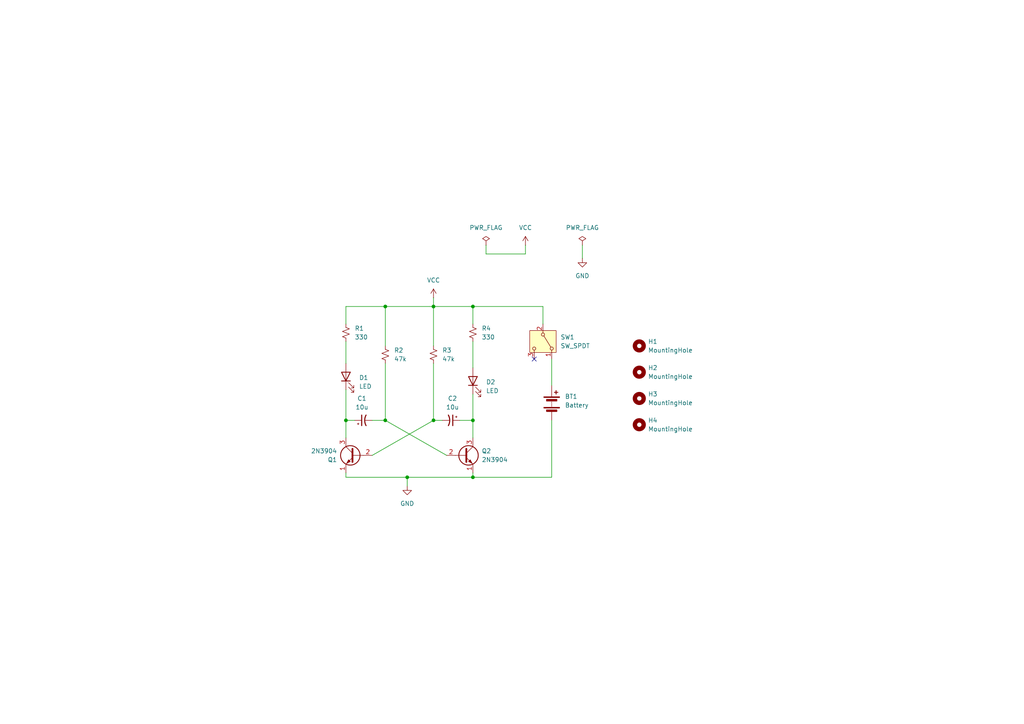
<source format=kicad_sch>
(kicad_sch (version 20250114) (generator "eeschema") (generator_version "9.0")
  (paper "A4")
  (title_block (title "LED Flasher") (date "2025-12-12") (rev "Rev 0.1") (company "Personal Project") (comment 1 "Elsa Abbas"))
  (lib_symbols
    (symbol "Device:Battery" (pin_numbers (hide yes)) (pin_names (offset 0) (hide yes))
      (property "Reference" "BT" (at 2.54 2.54 0))
      (property "Value" "Battery" (at 2.54 0 0))
      (symbol "Battery_0_1"
        (rectangle (start -2.286 1.778) (end 2.286 1.524) (fill (type outline)))
        (rectangle (start -2.286 -1.27) (end 2.286 -1.524) (fill (type outline)))
        (rectangle (start -1.524 1.016) (end 1.524 0.508) (fill (type outline)))
        (rectangle (start -1.524 -2.032) (end 1.524 -2.54) (fill (type outline)))
        (polyline (pts (xy 0 1.778) (xy 0 2.54)))
        (polyline (pts (xy 0 0) (xy 0 0.254)))
        (polyline (pts (xy 0 -0.508) (xy 0 -0.254)))
        (polyline (pts (xy 0 -1.016) (xy 0 -0.762)))
        (polyline (pts (xy 0.762 3.048) (xy 1.778 3.048)) (stroke (width 0.254)))
        (polyline (pts (xy 1.27 3.556) (xy 1.27 2.54)) (stroke (width 0.254)))
      )
      (symbol "Battery_1_1"
        (pin passive line (at 0 5.08 270) (length 2.54) (name "+") (number "1"))
        (pin passive line (at 0 -5.08 90) (length 2.54) (name "-") (number "2"))
      )
    )
    (symbol "Device:C_Polarized_Small_US" (pin_numbers (hide yes)) (pin_names (offset 0.254) (hide yes))
      (property "Reference" "C" (at 0.254 1.778 0))
      (property "Value" "C_Polarized_Small_US" (at 0.254 -2.032 0))
      (symbol "C_Polarized_Small_US_0_1"
        (polyline (pts (xy -1.524 0.508) (xy 1.524 0.508)) (stroke (width 0.3048)))
        (polyline (pts (xy -1.27 1.524) (xy -0.762 1.524)))
        (polyline (pts (xy -1.016 1.27) (xy -1.016 1.778)))
        (arc (start -1.524 -0.762) (mid 0 -0.3734) (end 1.524 -0.762) (stroke (width 0.3048)))
      )
      (symbol "C_Polarized_Small_US_1_1"
        (pin passive line (at 0 2.54 270) (length 2.032) (name "~") (number "1"))
        (pin passive line (at 0 -2.54 90) (length 2.032) (name "~") (number "2"))
      )
    )
    (symbol "Device:LED" (pin_numbers (hide yes)) (pin_names (offset 1.016) (hide yes))
      (property "Reference" "D" (at 0 2.54 0))
      (property "Value" "LED" (at 0 -2.54 0))
      (symbol "LED_0_1"
        (polyline (pts (xy -3.048 -0.762) (xy -4.572 -2.286) (xy -3.81 -2.286) (xy -4.572 -2.286) (xy -4.572 -1.524)))
        (polyline (pts (xy -1.778 -0.762) (xy -3.302 -2.286) (xy -2.54 -2.286) (xy -3.302 -2.286) (xy -3.302 -1.524)))
        (polyline (pts (xy -1.27 0) (xy 1.27 0)))
        (polyline (pts (xy -1.27 -1.27) (xy -1.27 1.27)) (stroke (width 0.254)))
        (polyline (pts (xy 1.27 -1.27) (xy 1.27 1.27) (xy -1.27 0) (xy 1.27 -1.27)) (stroke (width 0.254)))
      )
      (symbol "LED_1_1"
        (pin passive line (at -3.81 0 0) (length 2.54) (name "K") (number "1"))
        (pin passive line (at 3.81 0 180) (length 2.54) (name "A") (number "2"))
      )
    )
    (symbol "Device:R_Small_US" (pin_numbers (hide yes)) (pin_names (offset 0.254) (hide yes))
      (property "Reference" "R" (at 0.762 0.508 0))
      (property "Value" "R_Small_US" (at 0.762 -1.016 0))
      (symbol "R_Small_US_1_1"
        (polyline (pts (xy 0 1.524) (xy 1.016 1.143) (xy 0 0.762) (xy -1.016 0.381) (xy 0 0)))
        (polyline (pts (xy 0 0) (xy 1.016 -0.381) (xy 0 -0.762) (xy -1.016 -1.143) (xy 0 -1.524)))
        (pin passive line (at 0 2.54 270) (length 1.016) (name "~") (number "1"))
        (pin passive line (at 0 -2.54 90) (length 1.016) (name "~") (number "2"))
      )
    )
    (symbol "Mechanical:MountingHole" (pin_names (offset 1.016)) (in_bom no)
      (property "Reference" "H" (at 0 5.08 0))
      (property "Value" "MountingHole" (at 0 3.175 0))
      (symbol "MountingHole_0_1"
        (circle (center 0 0) (radius 1.27) (stroke (width 1.27)))
      )
    )
    (symbol "Switch:SW_SPDT" (pin_names (offset 0) (hide yes))
      (property "Reference" "SW" (at 0 5.08 0))
      (property "Value" "SW_SPDT" (at 0 -5.08 0))
      (symbol "SW_SPDT_0_1"
        (circle (center -2.032 0) (radius 0.4572))
        (polyline (pts (xy -1.651 0.254) (xy 1.651 2.286)))
        (circle (center 2.032 2.54) (radius 0.4572))
        (circle (center 2.032 -2.54) (radius 0.4572))
      )
      (symbol "SW_SPDT_1_1"
        (rectangle (start -3.175 3.81) (end 3.175 -3.81) (fill (type background)))
        (pin passive line (at -5.08 0 0) (length 2.54) (name "B") (number "2"))
        (pin passive line (at 5.08 2.54 180) (length 2.54) (name "A") (number "1"))
        (pin passive line (at 5.08 -2.54 180) (length 2.54) (name "C") (number "3"))
      )
    )
    (symbol "Transistor_BJT:2N3904" (pin_names (offset 0) (hide yes))
      (property "Reference" "Q" (at 5.08 1.905 0))
      (property "Value" "2N3904" (at 5.08 0 0))
      (symbol "2N3904_0_1"
        (polyline (pts (xy -2.54 0) (xy 0.635 0)))
        (polyline (pts (xy 0.635 1.905) (xy 0.635 -1.905)) (stroke (width 0.508)))
        (circle (center 1.27 0) (radius 2.8194) (stroke (width 0.254)))
      )
      (symbol "2N3904_1_1"
        (polyline (pts (xy 0.635 0.635) (xy 2.54 2.54)))
        (polyline (pts (xy 0.635 -0.635) (xy 2.54 -2.54)))
        (polyline (pts (xy 1.27 -1.778) (xy 1.778 -1.27) (xy 2.286 -2.286) (xy 1.27 -1.778)) (fill (type outline)))
        (pin input line (at -5.08 0 0) (length 2.54) (name "B") (number "2"))
        (pin passive line (at 2.54 5.08 270) (length 2.54) (name "C") (number "3"))
        (pin passive line (at 2.54 -5.08 90) (length 2.54) (name "E") (number "1"))
      )
    )
    (symbol "power:GND" (power) (pin_numbers (hide yes)) (pin_names (offset 0) (hide yes))
      (property "Value" "GND" (at 0 -3.81 0))
      (symbol "GND_0_1"
        (polyline (pts (xy 0 0) (xy 0 -1.27) (xy 1.27 -1.27) (xy 0 -2.54) (xy -1.27 -1.27) (xy 0 -1.27)))
      )
      (symbol "GND_1_1"
        (pin power_in line (at 0 0 270) (length 0) (name "~") (number "1"))
      )
    )
    (symbol "power:PWR_FLAG" (power) (pin_numbers (hide yes)) (pin_names (offset 0) (hide yes))
      (property "Value" "PWR_FLAG" (at 0 3.81 0))
      (symbol "PWR_FLAG_0_0"
        (pin power_out line (at 0 0 90) (length 0) (name "~") (number "1"))
      )
      (symbol "PWR_FLAG_0_1"
        (polyline (pts (xy 0 0) (xy 0 1.27) (xy -1.016 1.905) (xy 0 2.54) (xy 1.016 1.905) (xy 0 1.27)))
      )
    )
    (symbol "power:VCC" (power) (pin_numbers (hide yes)) (pin_names (offset 0) (hide yes))
      (property "Value" "VCC" (at 0 3.556 0))
      (symbol "VCC_0_1"
        (polyline (pts (xy -0.762 1.27) (xy 0 2.54)))
        (polyline (pts (xy 0 2.54) (xy 0.762 1.27)))
        (polyline (pts (xy 0 0) (xy 0 2.54)))
      )
      (symbol "VCC_1_1"
        (pin power_in line (at 0 0 90) (length 0) (name "~") (number "1"))
      )
    )
  )
  (junction (at 118.11 138.43))
  (junction (at 125.73 88.9))
  (junction (at 137.16 121.92))
  (junction (at 137.16 138.43))
  (junction (at 100.33 121.92))
  (junction (at 125.73 121.92))
  (junction (at 137.16 88.9))
  (junction (at 111.76 88.9))
  (junction (at 111.76 121.92))
  (no_connect (at 154.94 104.14))
  (wire (pts (xy 168.91 74.93) (xy 168.91 71.12)))
  (wire (pts (xy 100.33 99.06) (xy 100.33 105.41)))
  (wire (pts (xy 133.35 121.92) (xy 137.16 121.92)))
  (wire (pts (xy 125.73 88.9) (xy 125.73 86.36)))
  (wire (pts (xy 137.16 114.3) (xy 137.16 121.92)))
  (wire (pts (xy 100.33 138.43) (xy 118.11 138.43)))
  (wire (pts (xy 137.16 88.9) (xy 137.16 93.98)))
  (wire (pts (xy 118.11 138.43) (xy 137.16 138.43)))
  (wire (pts (xy 157.48 88.9) (xy 157.48 93.98)))
  (wire (pts (xy 137.16 121.92) (xy 137.16 127)))
  (wire (pts (xy 100.33 88.9) (xy 111.76 88.9)))
  (wire (pts (xy 125.73 100.33) (xy 125.73 88.9)))
  (wire (pts (xy 100.33 137.16) (xy 100.33 138.43)))
  (wire (pts (xy 140.97 73.66) (xy 152.4 73.66)))
  (wire (pts (xy 125.73 121.92) (xy 128.27 121.92)))
  (wire (pts (xy 125.73 88.9) (xy 137.16 88.9)))
  (wire (pts (xy 160.02 104.14) (xy 160.02 111.76)))
  (wire (pts (xy 137.16 99.06) (xy 137.16 106.68)))
  (wire (pts (xy 111.76 121.92) (xy 129.54 132.08)))
  (wire (pts (xy 160.02 121.92) (xy 160.02 138.43)))
  (wire (pts (xy 137.16 88.9) (xy 157.48 88.9)))
  (wire (pts (xy 102.87 121.92) (xy 100.33 121.92)))
  (wire (pts (xy 152.4 73.66) (xy 152.4 71.12)))
  (wire (pts (xy 100.33 93.98) (xy 100.33 88.9)))
  (wire (pts (xy 118.11 138.43) (xy 118.11 140.97)))
  (wire (pts (xy 160.02 138.43) (xy 137.16 138.43)))
  (wire (pts (xy 140.97 71.12) (xy 140.97 73.66)))
  (wire (pts (xy 137.16 138.43) (xy 137.16 137.16)))
  (wire (pts (xy 125.73 105.41) (xy 125.73 121.92)))
  (wire (pts (xy 111.76 88.9) (xy 111.76 100.33)))
  (wire (pts (xy 107.95 121.92) (xy 111.76 121.92)))
  (wire (pts (xy 100.33 113.03) (xy 100.33 121.92)))
  (wire (pts (xy 100.33 121.92) (xy 100.33 127)))
  (wire (pts (xy 107.95 132.08) (xy 125.73 121.92)))
  (wire (pts (xy 111.76 105.41) (xy 111.76 121.92)))
  (wire (pts (xy 111.76 88.9) (xy 125.73 88.9)))
  (symbol (lib_id "Mechanical:MountingHole") (at 185.42 123.19 0) (unit 1) (in_bom no)
    (property "Reference" "H4" (at 187.96 121.9199 0) (effects (justify left)))
    (property "Value" "MountingHole" (at 187.96 124.4599 0) (effects (justify left)))
    (property "Footprint" "MountingHole:MountingHole_3.2mm_M3" (effects (hide yes)))
    (property "Description" "Mounting Hole without connection" (effects (hide yes)))
  )
  (symbol (lib_id "Device:LED") (at 100.33 109.22 90) (unit 1)
    (property "Reference" "D1" (at 104.14 109.5374 90) (effects (justify right)))
    (property "Value" "LED" (at 104.14 112.0774 90) (effects (justify right)))
    (property "Footprint" "LED_THT:LED_D5.0mm" (effects (hide yes)))
    (property "Description" "Light emitting diode" (effects (hide yes)))
    (property "Sim.Pins" "1=K 2=A" (effects (hide yes)))
  )
  (symbol (lib_id "Switch:SW_SPDT") (at 157.48 99.06 270) (unit 1)
    (property "Reference" "SW1" (at 162.56 97.7899 90) (effects (justify left)))
    (property "Value" "SW_SPDT" (at 162.56 100.3299 90) (effects (justify left)))
    (property "Footprint" "Button_Switch_THT:SW_E-Switch_EG1224_SPDT_Angled" (effects (hide yes)))
    (property "Description" "Switch, single pole double throw" (effects (hide yes)))
  )
  (symbol (lib_id "power:VCC") (at 152.4 71.12 0) (unit 1)
    (property "Reference" "#PWR04" (effects (hide yes)))
    (property "Value" "VCC" (at 152.4 66.04 0))
    (property "Description" "Power symbol creates a global label with name \"VCC\"" (effects (hide yes)))
  )
  (symbol (lib_id "Transistor_BJT:2N3904") (at 102.87 132.08 0) (mirror y) (unit 1)
    (property "Reference" "Q1" (at 97.79 133.3501 0) (effects (justify left)))
    (property "Value" "2N3904" (at 97.79 130.8101 0) (effects (justify left)))
    (property "Footprint" "Package_TO_SOT_THT:TO-92_Inline" (effects (hide yes)))
    (property "Datasheet" "https://www.onsemi.com/pub/Collateral/2N3903-D.PDF" (effects (hide yes)))
    (property "Description" "0.2A Ic, 40V Vce, Small Signal NPN Transistor, TO-92" (effects (hide yes)))
    (property "Sim.Device" "NPN" (effects (hide yes)))
    (property "Sim.Pins" "1=E 2=B 3=C" (effects (hide yes)))
  )
  (symbol (lib_id "Mechanical:MountingHole") (at 185.42 107.95 0) (unit 1) (in_bom no)
    (property "Reference" "H2" (at 187.96 106.6799 0) (effects (justify left)))
    (property "Value" "MountingHole" (at 187.96 109.2199 0) (effects (justify left)))
    (property "Footprint" "MountingHole:MountingHole_3.2mm_M3" (effects (hide yes)))
    (property "Description" "Mounting Hole without connection" (effects (hide yes)))
  )
  (symbol (lib_id "Device:LED") (at 137.16 110.49 90) (unit 1)
    (property "Reference" "D2" (at 140.97 110.8074 90) (effects (justify right)))
    (property "Value" "LED" (at 140.97 113.3474 90) (effects (justify right)))
    (property "Footprint" "LED_THT:LED_D5.0mm" (effects (hide yes)))
    (property "Description" "Light emitting diode" (effects (hide yes)))
    (property "Sim.Pins" "1=K 2=A" (effects (hide yes)))
  )
  (symbol (lib_id "power:VCC") (at 125.73 86.36 0) (unit 1)
    (property "Reference" "#PWR02" (effects (hide yes)))
    (property "Value" "VCC" (at 125.73 81.28 0))
    (property "Description" "Power symbol creates a global label with name \"VCC\"" (effects (hide yes)))
  )
  (symbol (lib_id "Device:R_Small_US") (at 125.73 102.87 0) (unit 1)
    (property "Reference" "R3" (at 128.27 101.5999 0) (effects (justify left)))
    (property "Value" "47k" (at 128.27 104.1399 0) (effects (justify left)))
    (property "Footprint" "Resistor_THT:R_Axial_DIN0207_L6.3mm_D2.5mm_P10.16mm_Horizontal" (effects (hide yes)))
    (property "Description" "Resistor, small US symbol" (effects (hide yes)))
  )
  (symbol (lib_id "power:PWR_FLAG") (at 140.97 71.12 0) (unit 1)
    (property "Reference" "#FLG01" (effects (hide yes)))
    (property "Value" "PWR_FLAG" (at 140.97 66.04 0))
    (property "Description" "Special symbol for telling ERC where power comes from" (effects (hide yes)))
  )
  (symbol (lib_id "power:GND") (at 168.91 74.93 0) (unit 1)
    (property "Reference" "#PWR03" (effects (hide yes)))
    (property "Value" "GND" (at 168.91 80.01 0))
    (property "Description" "Power symbol creates a global label with name \"GND\" , ground" (effects (hide yes)))
  )
  (symbol (lib_id "Device:R_Small_US") (at 100.33 96.52 0) (unit 1)
    (property "Reference" "R1" (at 102.87 95.2499 0) (effects (justify left)))
    (property "Value" "330" (at 102.87 97.7899 0) (effects (justify left)))
    (property "Footprint" "Resistor_THT:R_Axial_DIN0207_L6.3mm_D2.5mm_P10.16mm_Horizontal" (effects (hide yes)))
    (property "Description" "Resistor, small US symbol" (effects (hide yes)))
  )
  (symbol (lib_id "Transistor_BJT:2N3904") (at 134.62 132.08 0) (unit 1)
    (property "Reference" "Q2" (at 139.7 130.8099 0) (effects (justify left)))
    (property "Value" "2N3904" (at 139.7 133.3499 0) (effects (justify left)))
    (property "Footprint" "Package_TO_SOT_THT:TO-92_Inline" (effects (hide yes)))
    (property "Datasheet" "https://www.onsemi.com/pub/Collateral/2N3903-D.PDF" (effects (hide yes)))
    (property "Description" "0.2A Ic, 40V Vce, Small Signal NPN Transistor, TO-92" (effects (hide yes)))
    (property "Sim.Device" "NPN" (effects (hide yes)))
    (property "Sim.Pins" "1=E 2=B 3=C" (effects (hide yes)))
  )
  (symbol (lib_id "power:GND") (at 118.11 140.97 0) (unit 1)
    (property "Reference" "#PWR01" (effects (hide yes)))
    (property "Value" "GND" (at 118.11 146.05 0))
    (property "Description" "Power symbol creates a global label with name \"GND\" , ground" (effects (hide yes)))
  )
  (symbol (lib_id "Device:R_Small_US") (at 111.76 102.87 0) (unit 1)
    (property "Reference" "R2" (at 114.3 101.5999 0) (effects (justify left)))
    (property "Value" "47k" (at 114.3 104.1399 0) (effects (justify left)))
    (property "Footprint" "Resistor_THT:R_Axial_DIN0207_L6.3mm_D2.5mm_P10.16mm_Horizontal" (effects (hide yes)))
    (property "Description" "Resistor, small US symbol" (effects (hide yes)))
  )
  (symbol (lib_id "power:PWR_FLAG") (at 168.91 71.12 0) (unit 1)
    (property "Reference" "#FLG02" (effects (hide yes)))
    (property "Value" "PWR_FLAG" (at 168.91 66.04 0))
    (property "Description" "Special symbol for telling ERC where power comes from" (effects (hide yes)))
  )
  (symbol (lib_id "Device:C_Polarized_Small_US") (at 105.41 121.92 90) (unit 1)
    (property "Reference" "C1" (at 104.9782 115.57 90))
    (property "Value" "10u" (at 104.9782 118.11 90))
    (property "Footprint" "Capacitor_THT:CP_Radial_D6.3mm_P2.50mm" (effects (hide yes)))
    (property "Description" "Polarized capacitor, small US symbol" (effects (hide yes)))
  )
  (symbol (lib_id "Device:C_Polarized_Small_US") (at 130.81 121.92 270) (unit 1)
    (property "Reference" "C2" (at 131.2418 115.57 90))
    (property "Value" "10u" (at 131.2418 118.11 90))
    (property "Footprint" "Capacitor_THT:CP_Radial_D6.3mm_P2.50mm" (effects (hide yes)))
    (property "Description" "Polarized capacitor, small US symbol" (effects (hide yes)))
  )
  (symbol (lib_id "Device:R_Small_US") (at 137.16 96.52 0) (unit 1)
    (property "Reference" "R4" (at 139.7 95.2499 0) (effects (justify left)))
    (property "Value" "330" (at 139.7 97.7899 0) (effects (justify left)))
    (property "Footprint" "Resistor_THT:R_Axial_DIN0207_L6.3mm_D2.5mm_P10.16mm_Horizontal" (effects (hide yes)))
    (property "Description" "Resistor, small US symbol" (effects (hide yes)))
  )
  (symbol (lib_id "Mechanical:MountingHole") (at 185.42 115.57 0) (unit 1) (in_bom no)
    (property "Reference" "H3" (at 187.96 114.2999 0) (effects (justify left)))
    (property "Value" "MountingHole" (at 187.96 116.8399 0) (effects (justify left)))
    (property "Footprint" "MountingHole:MountingHole_3.2mm_M3" (effects (hide yes)))
    (property "Description" "Mounting Hole without connection" (effects (hide yes)))
  )
  (symbol (lib_id "Mechanical:MountingHole") (at 185.42 100.33 0) (unit 1) (in_bom no)
    (property "Reference" "H1" (at 187.96 99.0599 0) (effects (justify left)))
    (property "Value" "MountingHole" (at 187.96 101.5999 0) (effects (justify left)))
    (property "Footprint" "MountingHole:MountingHole_3.2mm_M3" (effects (hide yes)))
    (property "Description" "Mounting Hole without connection" (effects (hide yes)))
  )
  (symbol (lib_id "Device:Battery") (at 160.02 116.84 0) (unit 1)
    (property "Reference" "BT1" (at 163.83 114.9984 0) (effects (justify left)))
    (property "Value" "Battery" (at 163.83 117.5384 0) (effects (justify left)))
    (property "Footprint" "Battery:BatteryHolder_Keystone_2479_3xAAA" (effects (hide yes)))
    (property "Description" "Multiple-cell battery" (effects (hide yes)))
    (property "Sim.Device" "V" (effects (hide yes)))
    (property "Sim.Type" "DC" (effects (hide yes)))
    (property "Sim.Pins" "1=+ 2=-" (effects (hide yes)))
  )
)
</source>
